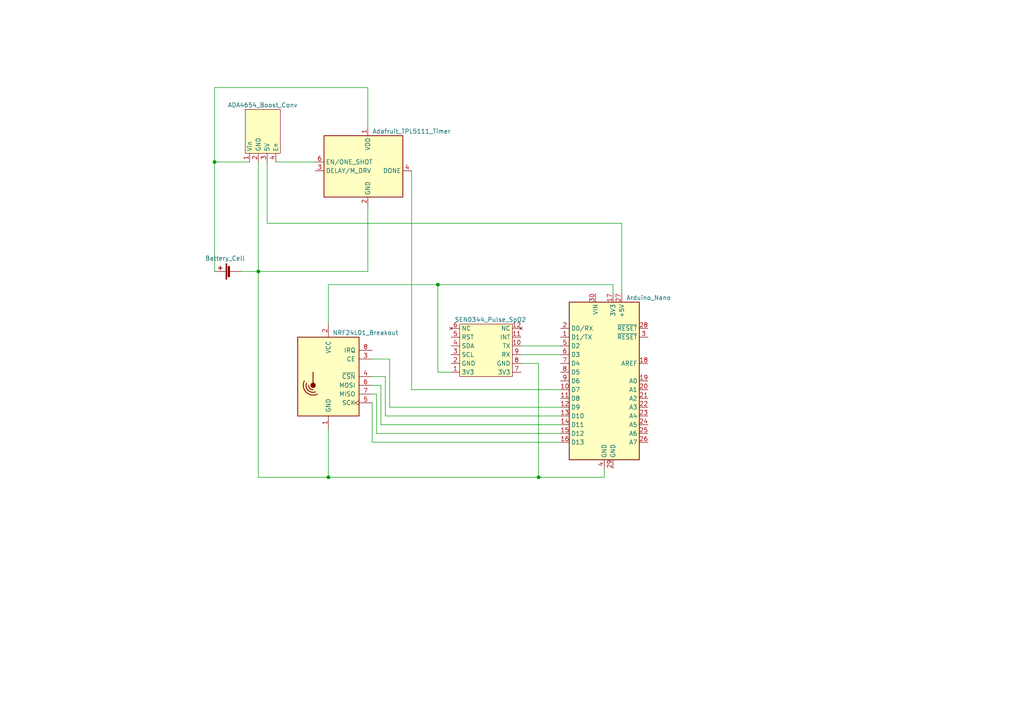
<source format=kicad_sch>
(kicad_sch (version 20230121) (generator eeschema)
  (paper "A4")
  (lib_symbols
    (symbol "Device:Battery_Cell" (pin_numbers hide) (pin_names (offset 0) hide)
      (property "Reference" "BT" (at 2.54 2.54 0))
      (property "Value" "Battery_Cell" (at 2.54 0 0))
      (symbol "Battery_Cell_0_1"
        (rectangle (start -2.286 1.778) (end 2.286 1.524) (fill (type outline)))
        (rectangle (start -1.5748 1.1938) (end 1.4732 0.6858) (fill (type outline)))
        (polyline (pts (xy 0 0.762) (xy 0 0)))
        (polyline (pts (xy 0 1.778) (xy 0 2.54)))
        (polyline (pts (xy 0.508 3.429) (xy 1.524 3.429)) (stroke (width 0.254)))
        (polyline (pts (xy 1.016 3.937) (xy 1.016 2.921)) (stroke (width 0.254)))
      )
      (symbol "Battery_Cell_1_1"
        (pin passive line (at 0 5.08 270) (length 2.54) (name "+") (number "1"))
        (pin passive line (at 0 -2.54 90) (length 2.54) (name "-") (number "2"))
      )
    )
    (symbol "MCU_Module:Arduino_Nano_v3.x"
      (property "Reference" "A" (at -10.16 23.495 0))
      (property "Value" "Arduino_Nano_v3.x" (at 5.08 -24.13 0))
      (symbol "Arduino_Nano_v3.x_0_1"
        (rectangle (start -10.16 22.86) (end 10.16 -22.86) (stroke (width 0.254)) (fill (type background)))
      )
      (symbol "Arduino_Nano_v3.x_1_1"
        (pin bidirectional line (at -12.7 12.7 0) (length 2.54) (name "D1/TX") (number "1"))
        (pin bidirectional line (at -12.7 -2.54 0) (length 2.54) (name "D7") (number "10"))
        (pin bidirectional line (at -12.7 -5.08 0) (length 2.54) (name "D8") (number "11"))
        (pin bidirectional line (at -12.7 -7.62 0) (length 2.54) (name "D9") (number "12"))
        (pin bidirectional line (at -12.7 -10.16 0) (length 2.54) (name "D10") (number "13"))
        (pin bidirectional line (at -12.7 -12.7 0) (length 2.54) (name "D11") (number "14"))
        (pin bidirectional line (at -12.7 -15.24 0) (length 2.54) (name "D12") (number "15"))
        (pin bidirectional line (at -12.7 -17.78 0) (length 2.54) (name "D13") (number "16"))
        (pin power_out line (at 2.54 25.4 270) (length 2.54) (name "3V3") (number "17"))
        (pin input line (at 12.7 5.08 180) (length 2.54) (name "AREF") (number "18"))
        (pin bidirectional line (at 12.7 0 180) (length 2.54) (name "A0") (number "19"))
        (pin bidirectional line (at -12.7 15.24 0) (length 2.54) (name "D0/RX") (number "2"))
        (pin bidirectional line (at 12.7 -2.54 180) (length 2.54) (name "A1") (number "20"))
        (pin bidirectional line (at 12.7 -5.08 180) (length 2.54) (name "A2") (number "21"))
        (pin bidirectional line (at 12.7 -7.62 180) (length 2.54) (name "A3") (number "22"))
        (pin bidirectional line (at 12.7 -10.16 180) (length 2.54) (name "A4") (number "23"))
        (pin bidirectional line (at 12.7 -12.7 180) (length 2.54) (name "A5") (number "24"))
        (pin bidirectional line (at 12.7 -15.24 180) (length 2.54) (name "A6") (number "25"))
        (pin bidirectional line (at 12.7 -17.78 180) (length 2.54) (name "A7") (number "26"))
        (pin power_out line (at 5.08 25.4 270) (length 2.54) (name "+5V") (number "27"))
        (pin input line (at 12.7 15.24 180) (length 2.54) (name "~{RESET}") (number "28"))
        (pin power_in line (at 2.54 -25.4 90) (length 2.54) (name "GND") (number "29"))
        (pin input line (at 12.7 12.7 180) (length 2.54) (name "~{RESET}") (number "3"))
        (pin power_in line (at -2.54 25.4 270) (length 2.54) (name "VIN") (number "30"))
        (pin power_in line (at 0 -25.4 90) (length 2.54) (name "GND") (number "4"))
        (pin bidirectional line (at -12.7 10.16 0) (length 2.54) (name "D2") (number "5"))
        (pin bidirectional line (at -12.7 7.62 0) (length 2.54) (name "D3") (number "6"))
        (pin bidirectional line (at -12.7 5.08 0) (length 2.54) (name "D4") (number "7"))
        (pin bidirectional line (at -12.7 2.54 0) (length 2.54) (name "D5") (number "8"))
        (pin bidirectional line (at -12.7 0 0) (length 2.54) (name "D6") (number "9"))
      )
    )
    (symbol "RF:NRF24L01_Breakout" (pin_names (offset 1.016))
      (property "Reference" "U?" (at 10.16 -1.2701 0))
      (property "Value" "NRF24L01_Breakout" (at 10.16 1.2699 0))
      (symbol "NRF24L01_Breakout_0_1"
        (rectangle (start -8.89 11.43) (end 8.89 -11.43) (stroke (width 0.254)) (fill (type background)))
        (polyline (pts (xy 4.445 1.905) (xy 4.445 -1.27)) (stroke (width 0.254)))
        (circle (center 4.445 2.54) (radius 0.635) (stroke (width 0.254)) (fill (type outline)))
        (arc (start 5.715 2.54) (mid 5.3521 3.4546) (end 4.445 3.81) (stroke (width 0.254)))
        (arc (start 6.35 1.905) (mid 5.8763 3.9854) (end 3.81 4.445) (stroke (width 0.254)))
        (arc (start 6.985 1.27) (mid 6.453 4.548) (end 3.175 5.08) (stroke (width 0.254)))
      )
      (symbol "NRF24L01_Breakout_1_1"
        (pin power_in line (at 0 15.24 270) (length 3.81) (name "GND") (number "1"))
        (pin power_in line (at 0 -15.24 90) (length 3.81) (name "VCC") (number "2"))
        (pin input line (at -12.7 -5.08 0) (length 3.81) (name "CE") (number "3"))
        (pin input line (at -12.7 0 0) (length 3.81) (name "~{CSN}") (number "4"))
        (pin input clock (at -12.7 7.62 0) (length 3.81) (name "SCK") (number "5"))
        (pin input line (at -12.7 2.54 0) (length 3.81) (name "MOSI") (number "6"))
        (pin output line (at -12.7 5.08 0) (length 3.81) (name "MISO") (number "7"))
        (pin output line (at -12.7 -7.62 0) (length 3.81) (name "IRQ") (number "8"))
      )
    )
    (symbol "Timer:TPL5111"
      (property "Reference" "U?" (at 2.0194 15.24 0))
      (property "Value" "Adafruit_TPL5111_Breakout" (at 2.0194 12.7 0))
      (symbol "TPL5111_0_1"
        (rectangle (start -12.7 10.16) (end 10.16 -7.62) (stroke (width 0.254)) (fill (type background)))
      )
      (symbol "TPL5111_1_1"
        (pin power_in line (at 0 12.7 270) (length 2.54) (name "VDD") (number "1"))
        (pin power_in line (at 0 -10.16 90) (length 2.54) (name "GND") (number "2"))
        (pin input line (at -15.24 0 0) (length 2.54) (name "DELAY/M_DRV") (number "3"))
        (pin input line (at 12.7 0 180) (length 2.54) (name "DONE") (number "4"))
        (pin input line (at -15.24 2.54 0) (length 2.54) (name "EN/ONE_SHOT") (number "6"))
      )
    )
    (symbol "usr:ADA4654"
      (property "Reference" "U" (at 6.35 5.08 0))
      (property "Value" "ADA4654" (at -1.27 7.62 0))
      (symbol "ADA4654_0_1"
        (rectangle (start -5.08 -6.35) (end 5.08 6.35) (fill (type background)))
      )
      (symbol "ADA4654_1_1"
        (pin power_in line (at -3.81 -8.89 90) (length 2.54) (name "Vin") (number "1"))
        (pin power_in line (at -1.27 -8.89 90) (length 2.54) (name "GND") (number "2"))
        (pin power_out line (at 1.27 -8.89 90) (length 2.54) (name "5V") (number "3"))
        (pin input line (at 3.81 -8.89 90) (length 2.54) (name "En") (number "4"))
      )
    )
    (symbol "usr:SEN0344"
      (property "Reference" "U" (at -6.35 8.89 0))
      (property "Value" "SEN0344" (at 0 -8.89 0))
      (symbol "SEN0344_0_1"
        (rectangle (start -7.62 7.62) (end 7.62 -7.62) (fill (type background)))
      )
      (symbol "SEN0344_1_1"
        (pin power_in line (at -10.16 6.35 0) (length 2.54) (name "3V3") (number "1"))
        (pin output line (at 10.16 -1.27 180) (length 2.54) (name "TX") (number "10"))
        (pin input line (at 10.16 -3.81 180) (length 2.54) (name "INT") (number "11"))
        (pin no_connect line (at 10.16 -6.35 180) (length 2.54) (name "NC") (number "12"))
        (pin power_in line (at -10.16 3.81 0) (length 2.54) (name "GND") (number "2"))
        (pin input line (at -10.16 1.27 0) (length 2.54) (name "SCL") (number "3"))
        (pin bidirectional line (at -10.16 -1.27 0) (length 2.54) (name "SDA") (number "4"))
        (pin input line (at -10.16 -3.81 0) (length 2.54) (name "RST") (number "5"))
        (pin no_connect line (at -10.16 -6.35 0) (length 2.54) (name "NC") (number "6"))
        (pin power_in line (at 10.16 6.35 180) (length 2.54) (name "3V3") (number "7"))
        (pin power_in line (at 10.16 3.81 180) (length 2.54) (name "GND") (number "8"))
        (pin input line (at 10.16 1.27 180) (length 2.54) (name "RX") (number "9"))
      )
    )
  )
  (junction (at 62.23 46.99))
  (junction (at 74.93 78.74))
  (junction (at 127 82.55))
  (junction (at 156.21 138.43))
  (junction (at 95.25 138.43))
  (wire (pts (xy 106.68 59.69) (xy 106.68 78.74)))
  (wire (pts (xy 107.95 104.14) (xy 113.03 104.14)))
  (wire (pts (xy 74.93 138.43) (xy 95.25 138.43)))
  (wire (pts (xy 127 82.55) (xy 177.8 82.55)))
  (wire (pts (xy 62.23 46.99) (xy 62.23 78.74)))
  (wire (pts (xy 111.76 120.65) (xy 111.76 109.22)))
  (wire (pts (xy 119.38 113.03) (xy 162.56 113.03)))
  (wire (pts (xy 109.22 114.3) (xy 109.22 125.73)))
  (wire (pts (xy 107.95 128.27) (xy 162.56 128.27)))
  (wire (pts (xy 119.38 49.53) (xy 119.38 113.03)))
  (wire (pts (xy 151.13 102.87) (xy 162.56 102.87)))
  (wire (pts (xy 109.22 114.3) (xy 107.95 114.3)))
  (wire (pts (xy 156.21 105.41) (xy 156.21 138.43)))
  (wire (pts (xy 127 82.55) (xy 127 107.95)))
  (wire (pts (xy 130.81 107.95) (xy 127 107.95)))
  (wire (pts (xy 162.56 118.11) (xy 113.03 118.11)))
  (wire (pts (xy 110.49 111.76) (xy 110.49 123.19)))
  (wire (pts (xy 95.25 138.43) (xy 156.21 138.43)))
  (wire (pts (xy 74.93 138.43) (xy 74.93 78.74)))
  (wire (pts (xy 62.23 46.99) (xy 72.39 46.99)))
  (wire (pts (xy 95.25 82.55) (xy 127 82.55)))
  (wire (pts (xy 175.26 138.43) (xy 175.26 135.89)))
  (wire (pts (xy 69.85 78.74) (xy 74.93 78.74)))
  (wire (pts (xy 80.01 46.99) (xy 91.44 46.99)))
  (wire (pts (xy 110.49 123.19) (xy 162.56 123.19)))
  (wire (pts (xy 95.25 124.46) (xy 95.25 138.43)))
  (wire (pts (xy 110.49 111.76) (xy 107.95 111.76)))
  (wire (pts (xy 111.76 109.22) (xy 107.95 109.22)))
  (wire (pts (xy 106.68 78.74) (xy 74.93 78.74)))
  (wire (pts (xy 109.22 125.73) (xy 162.56 125.73)))
  (wire (pts (xy 180.34 64.77) (xy 180.34 85.09)))
  (wire (pts (xy 62.23 25.4) (xy 62.23 46.99)))
  (wire (pts (xy 106.68 25.4) (xy 62.23 25.4)))
  (wire (pts (xy 107.95 116.84) (xy 107.95 128.27)))
  (wire (pts (xy 156.21 138.43) (xy 175.26 138.43)))
  (wire (pts (xy 95.25 93.98) (xy 95.25 82.55)))
  (wire (pts (xy 177.8 82.55) (xy 177.8 85.09)))
  (wire (pts (xy 113.03 118.11) (xy 113.03 104.14)))
  (wire (pts (xy 151.13 100.33) (xy 162.56 100.33)))
  (wire (pts (xy 106.68 25.4) (xy 106.68 36.83)))
  (wire (pts (xy 77.47 46.99) (xy 77.47 64.77)))
  (wire (pts (xy 151.13 105.41) (xy 156.21 105.41)))
  (wire (pts (xy 162.56 120.65) (xy 111.76 120.65)))
  (wire (pts (xy 77.47 64.77) (xy 180.34 64.77)))
  (wire (pts (xy 74.93 78.74) (xy 74.93 46.99)))
  (symbol (lib_id "usr:ADA4654") (at 76.2 38.1 0) (unit 1)
    (property "Reference" "U?" (effects hide))
    (property "Value" "ADA4654_Boost_Conv" (at 66.04 30.48 0) (effects (justify left)))
  )
  (symbol (lib_id "usr:SEN0344") (at 140.97 101.6 0) (mirror x) (unit 1)
    (property "Reference" "U?" (effects hide))
    (property "Value" "SEN0344_Pulse_SpO2" (at 142.24 92.71 0))
  )
  (symbol (lib_id "Timer:TPL5111") (at 106.68 49.53 0) (unit 1)
    (property "Reference" "U?" (effects hide))
    (property "Value" "Adafruit_TPL5111_Timer" (at 119.38 38.1 0))
    (property "Footprint" "Package_TO_SOT_SMD:SOT-23-6" (effects hide))
    (property "Datasheet" "http://www.ti.com/lit/ds/symlink/tpl5111.pdf" (effects hide))
  )
  (symbol (lib_id "Device:Battery_Cell") (at 67.31 78.74 90) (unit 1)
    (property "Reference" "BT?" (effects hide))
    (property "Value" "Battery_Cell" (at 65.278 74.93 90))
  )
  (symbol (lib_id "MCU_Module:Arduino_Nano_v3.x") (at 175.26 110.49 0) (unit 1)
    (property "Reference" "A1" (effects hide))
    (property "Value" "Arduino_Nano" (at 181.61 86.36 0) (effects (justify left)))
    (property "Footprint" "Module:Arduino_Nano" (effects hide))
    (property "Datasheet" "http://www.mouser.com/pdfdocs/Gravitech_Arduino_Nano3_0.pdf" (effects hide))
  )
  (symbol (lib_id "RF:NRF24L01_Breakout") (at 95.25 109.22 180) (unit 1)
    (property "Reference" "U?" (effects hide))
    (property "Value" "NRF24L01_Breakout" (at 115.57 96.52 0) (effects (justify left)))
    (property "Footprint" "RF_Module:nRF24L01_Breakout" (effects hide))
    (property "Datasheet" "http://www.nordicsemi.com/eng/content/download/2730/34105/file/nRF24L01_Product_Specification_v2_0.pdf" (effects hide))
  )
)
</source>
